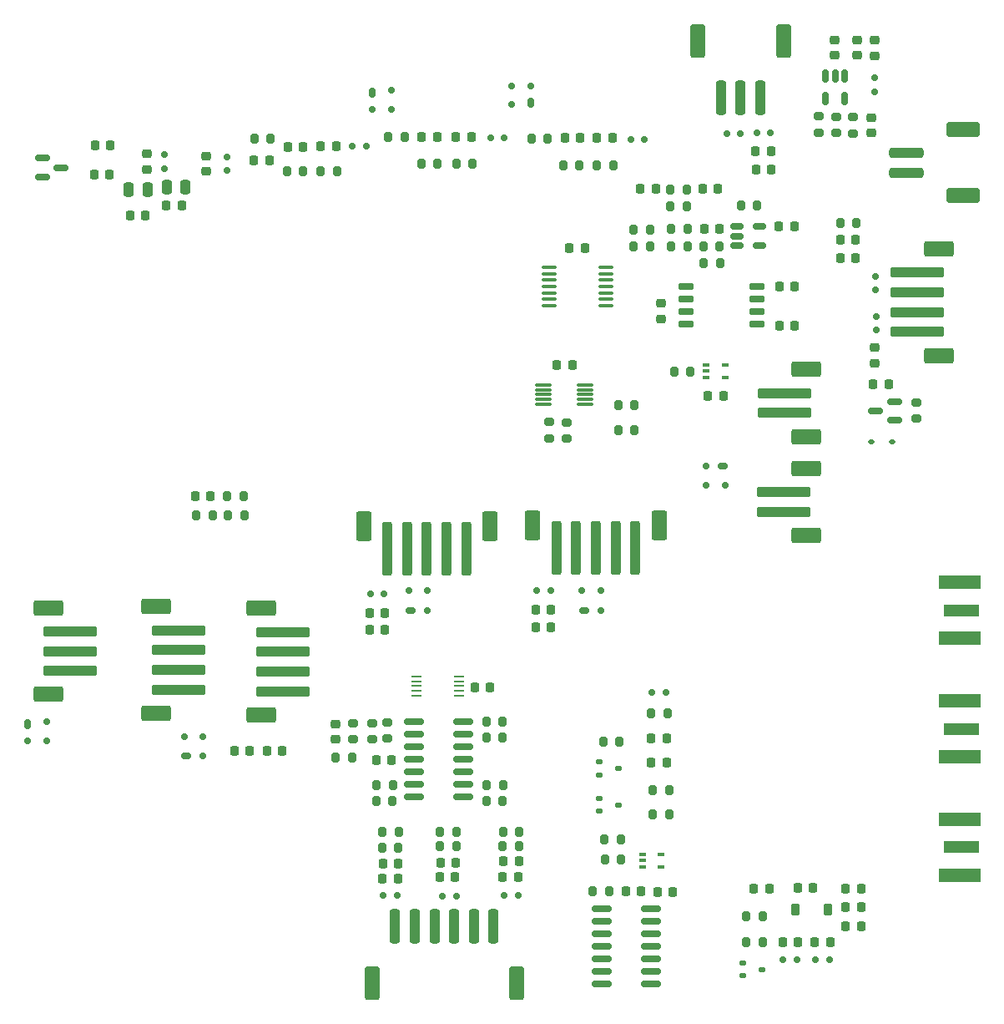
<source format=gbr>
%TF.GenerationSoftware,KiCad,Pcbnew,8.0.5*%
%TF.CreationDate,2024-11-15T14:38:43+00:00*%
%TF.ProjectId,HF PA Radio Interface,48462050-4120-4526-9164-696f20496e74,rev?*%
%TF.SameCoordinates,Original*%
%TF.FileFunction,Paste,Top*%
%TF.FilePolarity,Positive*%
%FSLAX46Y46*%
G04 Gerber Fmt 4.6, Leading zero omitted, Abs format (unit mm)*
G04 Created by KiCad (PCBNEW 8.0.5) date 2024-11-15 14:38:43*
%MOMM*%
%LPD*%
G01*
G04 APERTURE LIST*
G04 Aperture macros list*
%AMRoundRect*
0 Rectangle with rounded corners*
0 $1 Rounding radius*
0 $2 $3 $4 $5 $6 $7 $8 $9 X,Y pos of 4 corners*
0 Add a 4 corners polygon primitive as box body*
4,1,4,$2,$3,$4,$5,$6,$7,$8,$9,$2,$3,0*
0 Add four circle primitives for the rounded corners*
1,1,$1+$1,$2,$3*
1,1,$1+$1,$4,$5*
1,1,$1+$1,$6,$7*
1,1,$1+$1,$8,$9*
0 Add four rect primitives between the rounded corners*
20,1,$1+$1,$2,$3,$4,$5,0*
20,1,$1+$1,$4,$5,$6,$7,0*
20,1,$1+$1,$6,$7,$8,$9,0*
20,1,$1+$1,$8,$9,$2,$3,0*%
G04 Aperture macros list end*
%ADD10RoundRect,0.200000X0.200000X0.275000X-0.200000X0.275000X-0.200000X-0.275000X0.200000X-0.275000X0*%
%ADD11RoundRect,0.200000X-0.200000X-0.275000X0.200000X-0.275000X0.200000X0.275000X-0.200000X0.275000X0*%
%ADD12RoundRect,0.150000X-0.650000X-0.150000X0.650000X-0.150000X0.650000X0.150000X-0.650000X0.150000X0*%
%ADD13RoundRect,0.225000X-0.250000X0.225000X-0.250000X-0.225000X0.250000X-0.225000X0.250000X0.225000X0*%
%ADD14RoundRect,0.218750X-0.218750X-0.256250X0.218750X-0.256250X0.218750X0.256250X-0.218750X0.256250X0*%
%ADD15RoundRect,0.225000X-0.225000X-0.250000X0.225000X-0.250000X0.225000X0.250000X-0.225000X0.250000X0*%
%ADD16RoundRect,0.087500X-0.725000X-0.087500X0.725000X-0.087500X0.725000X0.087500X-0.725000X0.087500X0*%
%ADD17RoundRect,0.200000X-0.275000X0.200000X-0.275000X-0.200000X0.275000X-0.200000X0.275000X0.200000X0*%
%ADD18RoundRect,0.225000X0.225000X0.375000X-0.225000X0.375000X-0.225000X-0.375000X0.225000X-0.375000X0*%
%ADD19RoundRect,0.175000X0.325000X-0.175000X0.325000X0.175000X-0.325000X0.175000X-0.325000X-0.175000X0*%
%ADD20RoundRect,0.150000X0.150000X-0.200000X0.150000X0.200000X-0.150000X0.200000X-0.150000X-0.200000X0*%
%ADD21RoundRect,0.250000X0.250000X1.500000X-0.250000X1.500000X-0.250000X-1.500000X0.250000X-1.500000X0*%
%ADD22RoundRect,0.250001X0.499999X1.449999X-0.499999X1.449999X-0.499999X-1.449999X0.499999X-1.449999X0*%
%ADD23RoundRect,0.112500X-0.187500X-0.112500X0.187500X-0.112500X0.187500X0.112500X-0.187500X0.112500X0*%
%ADD24RoundRect,0.250000X2.500000X-0.250000X2.500000X0.250000X-2.500000X0.250000X-2.500000X-0.250000X0*%
%ADD25RoundRect,0.250000X1.250000X-0.550000X1.250000X0.550000X-1.250000X0.550000X-1.250000X-0.550000X0*%
%ADD26RoundRect,0.175000X-0.325000X0.175000X-0.325000X-0.175000X0.325000X-0.175000X0.325000X0.175000X0*%
%ADD27RoundRect,0.150000X-0.150000X0.200000X-0.150000X-0.200000X0.150000X-0.200000X0.150000X0.200000X0*%
%ADD28RoundRect,0.225000X0.225000X0.250000X-0.225000X0.250000X-0.225000X-0.250000X0.225000X-0.250000X0*%
%ADD29RoundRect,0.250000X-0.250000X-2.500000X0.250000X-2.500000X0.250000X2.500000X-0.250000X2.500000X0*%
%ADD30RoundRect,0.250000X-0.550000X-1.250000X0.550000X-1.250000X0.550000X1.250000X-0.550000X1.250000X0*%
%ADD31RoundRect,0.175000X-0.175000X-0.325000X0.175000X-0.325000X0.175000X0.325000X-0.175000X0.325000X0*%
%ADD32RoundRect,0.150000X-0.200000X-0.150000X0.200000X-0.150000X0.200000X0.150000X-0.200000X0.150000X0*%
%ADD33RoundRect,0.150000X0.150000X0.200000X-0.150000X0.200000X-0.150000X-0.200000X0.150000X-0.200000X0*%
%ADD34RoundRect,0.100000X-0.225000X-0.100000X0.225000X-0.100000X0.225000X0.100000X-0.225000X0.100000X0*%
%ADD35RoundRect,0.218750X-0.256250X0.218750X-0.256250X-0.218750X0.256250X-0.218750X0.256250X0.218750X0*%
%ADD36RoundRect,0.200000X0.275000X-0.200000X0.275000X0.200000X-0.275000X0.200000X-0.275000X-0.200000X0*%
%ADD37RoundRect,0.150000X-0.150000X0.512500X-0.150000X-0.512500X0.150000X-0.512500X0.150000X0.512500X0*%
%ADD38RoundRect,0.112500X-0.237500X0.112500X-0.237500X-0.112500X0.237500X-0.112500X0.237500X0.112500X0*%
%ADD39R,3.600000X1.270000*%
%ADD40R,4.200000X1.350000*%
%ADD41RoundRect,0.250000X-0.250000X-1.500000X0.250000X-1.500000X0.250000X1.500000X-0.250000X1.500000X0*%
%ADD42RoundRect,0.250001X-0.499999X-1.449999X0.499999X-1.449999X0.499999X1.449999X-0.499999X1.449999X0*%
%ADD43RoundRect,0.150000X0.587500X0.150000X-0.587500X0.150000X-0.587500X-0.150000X0.587500X-0.150000X0*%
%ADD44RoundRect,0.218750X0.256250X-0.218750X0.256250X0.218750X-0.256250X0.218750X-0.256250X-0.218750X0*%
%ADD45RoundRect,0.150000X-0.150000X-0.200000X0.150000X-0.200000X0.150000X0.200000X-0.150000X0.200000X0*%
%ADD46RoundRect,0.225000X0.250000X-0.225000X0.250000X0.225000X-0.250000X0.225000X-0.250000X-0.225000X0*%
%ADD47RoundRect,0.250000X1.500000X-0.250000X1.500000X0.250000X-1.500000X0.250000X-1.500000X-0.250000X0*%
%ADD48RoundRect,0.250001X1.449999X-0.499999X1.449999X0.499999X-1.449999X0.499999X-1.449999X-0.499999X0*%
%ADD49RoundRect,0.150000X-0.512500X-0.150000X0.512500X-0.150000X0.512500X0.150000X-0.512500X0.150000X0*%
%ADD50RoundRect,0.218750X0.218750X0.256250X-0.218750X0.256250X-0.218750X-0.256250X0.218750X-0.256250X0*%
%ADD51RoundRect,0.150000X0.200000X-0.150000X0.200000X0.150000X-0.200000X0.150000X-0.200000X-0.150000X0*%
%ADD52RoundRect,0.250000X-2.500000X0.250000X-2.500000X-0.250000X2.500000X-0.250000X2.500000X0.250000X0*%
%ADD53RoundRect,0.250000X-1.250000X0.550000X-1.250000X-0.550000X1.250000X-0.550000X1.250000X0.550000X0*%
%ADD54RoundRect,0.175000X0.175000X0.325000X-0.175000X0.325000X-0.175000X-0.325000X0.175000X-0.325000X0*%
%ADD55RoundRect,0.150000X0.200000X0.150000X-0.200000X0.150000X-0.200000X-0.150000X0.200000X-0.150000X0*%
%ADD56RoundRect,0.250000X0.250000X0.475000X-0.250000X0.475000X-0.250000X-0.475000X0.250000X-0.475000X0*%
%ADD57RoundRect,0.150000X-0.587500X-0.150000X0.587500X-0.150000X0.587500X0.150000X-0.587500X0.150000X0*%
%ADD58R,1.100000X0.250000*%
%ADD59RoundRect,0.150000X-0.200000X0.150000X-0.200000X-0.150000X0.200000X-0.150000X0.200000X0.150000X0*%
%ADD60RoundRect,0.150000X-0.825000X-0.150000X0.825000X-0.150000X0.825000X0.150000X-0.825000X0.150000X0*%
%ADD61RoundRect,0.100000X-0.637500X-0.100000X0.637500X-0.100000X0.637500X0.100000X-0.637500X0.100000X0*%
G04 APERTURE END LIST*
D10*
%TO.C,R22*%
X139840000Y-129320000D03*
X138190000Y-129320000D03*
%TD*%
D11*
%TO.C,R29*%
X171405000Y-74760000D03*
X173055000Y-74760000D03*
%TD*%
D12*
%TO.C,U8*%
X169640000Y-77195000D03*
X169640000Y-78465000D03*
X169640000Y-79735000D03*
X169640000Y-81005000D03*
X176840000Y-81005000D03*
X176840000Y-79735000D03*
X176840000Y-78465000D03*
X176840000Y-77195000D03*
%TD*%
D13*
%TO.C,C5*%
X134040000Y-121535000D03*
X134040000Y-123085000D03*
%TD*%
D14*
%TO.C,L17*%
X160582500Y-62070000D03*
X162157500Y-62070000D03*
%TD*%
D15*
%TO.C,C28*%
X179095000Y-77130000D03*
X180645000Y-77130000D03*
%TD*%
D16*
%TO.C,U6*%
X155130000Y-87120000D03*
X155130000Y-87620000D03*
X155130000Y-88120000D03*
X155130000Y-88620000D03*
X155130000Y-89120000D03*
X159355000Y-89120000D03*
X159355000Y-88620000D03*
X159355000Y-88120000D03*
X159355000Y-87620000D03*
X159355000Y-87120000D03*
%TD*%
D11*
%TO.C,R9*%
X138785000Y-134030000D03*
X140435000Y-134030000D03*
%TD*%
%TO.C,R42*%
X162750000Y-91700000D03*
X164400000Y-91700000D03*
%TD*%
D17*
%TO.C,R12*%
X135830000Y-121440000D03*
X135830000Y-123090000D03*
%TD*%
D18*
%TO.C,D8*%
X184050000Y-140290000D03*
X180750000Y-140290000D03*
%TD*%
D19*
%TO.C,D10*%
X141680000Y-110020000D03*
D20*
X143380000Y-110020000D03*
X143380000Y-108020000D03*
X141480000Y-108020000D03*
%TD*%
D11*
%TO.C,R47*%
X129135000Y-65480000D03*
X130785000Y-65480000D03*
%TD*%
D10*
%TO.C,R34*%
X176815000Y-68990000D03*
X175165000Y-68990000D03*
%TD*%
D11*
%TO.C,R52*%
X160565000Y-64880000D03*
X162215000Y-64880000D03*
%TD*%
%TO.C,R53*%
X125815000Y-62140000D03*
X127465000Y-62140000D03*
%TD*%
D21*
%TO.C,J15*%
X177140000Y-58020000D03*
X175140000Y-58020000D03*
X173140000Y-58020000D03*
D22*
X179490000Y-52270000D03*
X170790000Y-52270000D03*
%TD*%
D11*
%TO.C,R26*%
X168052500Y-67300000D03*
X169702500Y-67300000D03*
%TD*%
D14*
%TO.C,L4*%
X151032500Y-137050000D03*
X152607500Y-137050000D03*
%TD*%
D15*
%TO.C,C14*%
X148205000Y-117840000D03*
X149755000Y-117840000D03*
%TD*%
D11*
%TO.C,R30*%
X168105000Y-71340000D03*
X169755000Y-71340000D03*
%TD*%
%TO.C,R11*%
X150995000Y-133930000D03*
X152645000Y-133930000D03*
%TD*%
D10*
%TO.C,R27*%
X169692500Y-69020000D03*
X168042500Y-69020000D03*
%TD*%
D15*
%TO.C,C31*%
X188625000Y-87090000D03*
X190175000Y-87090000D03*
%TD*%
D23*
%TO.C,D21*%
X188390000Y-92920000D03*
X190490000Y-92920000D03*
%TD*%
D24*
%TO.C,J9*%
X128740000Y-118190000D03*
X128740000Y-116190000D03*
X128740000Y-114190000D03*
X128740000Y-112190000D03*
D25*
X126490000Y-120590000D03*
X126490000Y-109790000D03*
%TD*%
D26*
%TO.C,D19*%
X173365000Y-95335000D03*
D27*
X171665000Y-95335000D03*
X171665000Y-97335000D03*
X173565000Y-97335000D03*
%TD*%
D11*
%TO.C,R49*%
X142762500Y-64690000D03*
X144412500Y-64690000D03*
%TD*%
D24*
%TO.C,J8*%
X118130000Y-118030000D03*
X118130000Y-116030000D03*
X118130000Y-114030000D03*
X118130000Y-112030000D03*
D25*
X115880000Y-120430000D03*
X115880000Y-109630000D03*
%TD*%
D17*
%TO.C,R40*%
X183080000Y-59922592D03*
X183080000Y-61572592D03*
%TD*%
D14*
%TO.C,L2*%
X138792500Y-137180000D03*
X140367500Y-137180000D03*
%TD*%
D28*
%TO.C,C38*%
X127335000Y-64350000D03*
X125785000Y-64350000D03*
%TD*%
D29*
%TO.C,J6*%
X156470000Y-103660000D03*
X158470000Y-103660000D03*
X160470000Y-103660000D03*
X162470000Y-103660000D03*
X164470000Y-103660000D03*
D30*
X154070000Y-101410000D03*
X166870000Y-101410000D03*
%TD*%
D31*
%TO.C,D17*%
X102800000Y-121500000D03*
D32*
X102800000Y-123200000D03*
X104800000Y-123200000D03*
X104800000Y-121300000D03*
%TD*%
D10*
%TO.C,R56*%
X121585000Y-100320000D03*
X119935000Y-100320000D03*
%TD*%
D24*
%TO.C,J10*%
X107170000Y-116120000D03*
X107170000Y-114120000D03*
X107170000Y-112120000D03*
D25*
X104920000Y-118520000D03*
X104920000Y-109720000D03*
%TD*%
D33*
%TO.C,D27*%
X163990000Y-62240000D03*
X165390000Y-62240000D03*
%TD*%
D11*
%TO.C,R8*%
X166270000Y-130712500D03*
X167920000Y-130712500D03*
%TD*%
D10*
%TO.C,R18*%
X151035000Y-127670000D03*
X149385000Y-127670000D03*
%TD*%
D34*
%TO.C,U9*%
X171680000Y-85080000D03*
X171680000Y-85730000D03*
X171680000Y-86380000D03*
X173580000Y-86380000D03*
X173580000Y-85080000D03*
%TD*%
D10*
%TO.C,R13*%
X140465000Y-132440000D03*
X138815000Y-132440000D03*
%TD*%
D11*
%TO.C,R10*%
X144645000Y-133910000D03*
X146295000Y-133910000D03*
%TD*%
D35*
%TO.C,L8*%
X114920000Y-63732500D03*
X114920000Y-65307500D03*
%TD*%
D14*
%TO.C,L12*%
X185245000Y-74270000D03*
X186820000Y-74270000D03*
%TD*%
%TO.C,L16*%
X146255000Y-61970000D03*
X147830000Y-61970000D03*
%TD*%
D36*
%TO.C,R33*%
X155710000Y-92565000D03*
X155710000Y-90915000D03*
%TD*%
D28*
%TO.C,C23*%
X114760000Y-69990000D03*
X113210000Y-69990000D03*
%TD*%
D15*
%TO.C,C24*%
X185275000Y-72460000D03*
X186825000Y-72460000D03*
%TD*%
D14*
%TO.C,L6*%
X185792500Y-140030000D03*
X187367500Y-140030000D03*
%TD*%
D36*
%TO.C,R31*%
X157550000Y-92575000D03*
X157550000Y-90925000D03*
%TD*%
D37*
%TO.C,U7*%
X185690000Y-55832592D03*
X184740000Y-55832592D03*
X183790000Y-55832592D03*
X183790000Y-58107592D03*
X185690000Y-58107592D03*
%TD*%
D33*
%TO.C,D25*%
X135760000Y-62960000D03*
X137160000Y-62960000D03*
%TD*%
D15*
%TO.C,C34*%
X179075000Y-81100000D03*
X180625000Y-81100000D03*
%TD*%
D11*
%TO.C,R16*%
X134085000Y-124910000D03*
X135735000Y-124910000D03*
%TD*%
D28*
%TO.C,C39*%
X139725000Y-125130000D03*
X138175000Y-125130000D03*
%TD*%
D38*
%TO.C,D5*%
X160800000Y-125372500D03*
X160800000Y-126672500D03*
X162800000Y-126022500D03*
%TD*%
D33*
%TO.C,D4*%
X179470000Y-145400000D03*
X180870000Y-145400000D03*
%TD*%
D11*
%TO.C,R41*%
X162750000Y-89190000D03*
X164400000Y-89190000D03*
%TD*%
D39*
%TO.C,J2*%
X197600000Y-122000000D03*
D40*
X197400000Y-124825000D03*
X197400000Y-119175000D03*
%TD*%
D39*
%TO.C,J4*%
X197600000Y-110000000D03*
D40*
X197400000Y-112825000D03*
X197400000Y-107175000D03*
%TD*%
D41*
%TO.C,J1*%
X140100000Y-142000000D03*
X142100000Y-142000000D03*
X144100000Y-142000000D03*
X146100000Y-142000000D03*
X148100000Y-142000000D03*
X150100000Y-142000000D03*
D42*
X137750000Y-147750000D03*
X152450000Y-147750000D03*
%TD*%
D28*
%TO.C,C40*%
X130757500Y-63010000D03*
X129207500Y-63010000D03*
%TD*%
D14*
%TO.C,L15*%
X132552500Y-62980000D03*
X134127500Y-62980000D03*
%TD*%
D15*
%TO.C,C12*%
X171295000Y-67270000D03*
X172845000Y-67270000D03*
%TD*%
D31*
%TO.C,D29*%
X137760000Y-57480000D03*
D32*
X137760000Y-59180000D03*
X139760000Y-59180000D03*
X139760000Y-57280000D03*
%TD*%
D11*
%TO.C,R6*%
X161385000Y-135272500D03*
X163035000Y-135272500D03*
%TD*%
D15*
%TO.C,C16*%
X137515000Y-111950000D03*
X139065000Y-111950000D03*
%TD*%
%TO.C,C4*%
X180925000Y-138120000D03*
X182475000Y-138120000D03*
%TD*%
%TO.C,C26*%
X156515000Y-85120000D03*
X158065000Y-85120000D03*
%TD*%
D43*
%TO.C,Q2*%
X190750000Y-90740000D03*
X190750000Y-88840000D03*
X188875000Y-89790000D03*
%TD*%
D28*
%TO.C,C42*%
X158895000Y-62100000D03*
X157345000Y-62100000D03*
%TD*%
D11*
%TO.C,R23*%
X149355000Y-129280000D03*
X151005000Y-129280000D03*
%TD*%
D14*
%TO.C,L3*%
X144632500Y-137030000D03*
X146207500Y-137030000D03*
%TD*%
D44*
%TO.C,L14*%
X188750000Y-84937500D03*
X188750000Y-83362500D03*
%TD*%
D33*
%TO.C,D3*%
X144910000Y-138940000D03*
X146310000Y-138940000D03*
%TD*%
D19*
%TO.C,D16*%
X118900000Y-124770000D03*
D20*
X120600000Y-124770000D03*
X120600000Y-122770000D03*
X118700000Y-122770000D03*
%TD*%
D28*
%TO.C,C19*%
X118445000Y-68920000D03*
X116895000Y-68920000D03*
%TD*%
D15*
%TO.C,C9*%
X166705000Y-138522500D03*
X168255000Y-138522500D03*
%TD*%
D36*
%TO.C,R39*%
X186550000Y-61632592D03*
X186550000Y-59982592D03*
%TD*%
D15*
%TO.C,C6*%
X138865000Y-135660000D03*
X140415000Y-135660000D03*
%TD*%
%TO.C,C8*%
X151095000Y-135450000D03*
X152645000Y-135450000D03*
%TD*%
D11*
%TO.C,R4*%
X161335000Y-133192500D03*
X162985000Y-133192500D03*
%TD*%
D33*
%TO.C,D26*%
X149772500Y-62080000D03*
X151172500Y-62080000D03*
%TD*%
D45*
%TO.C,D24*%
X175147500Y-61630000D03*
X173747500Y-61630000D03*
%TD*%
D11*
%TO.C,R50*%
X146315000Y-64700000D03*
X147965000Y-64700000D03*
%TD*%
D46*
%TO.C,C25*%
X184650000Y-53732592D03*
X184650000Y-52182592D03*
%TD*%
D36*
%TO.C,R43*%
X193010000Y-90555000D03*
X193010000Y-88905000D03*
%TD*%
D29*
%TO.C,J5*%
X139330000Y-103750000D03*
X141330000Y-103750000D03*
X143330000Y-103750000D03*
X145330000Y-103750000D03*
X147330000Y-103750000D03*
D30*
X136930000Y-101500000D03*
X149730000Y-101500000D03*
%TD*%
D15*
%TO.C,C33*%
X109690000Y-62895000D03*
X111240000Y-62895000D03*
%TD*%
D28*
%TO.C,C35*%
X173405000Y-88220000D03*
X171855000Y-88220000D03*
%TD*%
D14*
%TO.C,L11*%
X123772500Y-124230000D03*
X125347500Y-124230000D03*
%TD*%
D10*
%TO.C,R5*%
X167720000Y-120422500D03*
X166070000Y-120422500D03*
%TD*%
D14*
%TO.C,L10*%
X154342500Y-109970000D03*
X155917500Y-109970000D03*
%TD*%
D36*
%TO.C,R25*%
X139270000Y-122975000D03*
X139270000Y-121325000D03*
%TD*%
D38*
%TO.C,D2*%
X160800000Y-129050000D03*
X160800000Y-130350000D03*
X162800000Y-129700000D03*
%TD*%
D17*
%TO.C,R38*%
X184850000Y-59972592D03*
X184850000Y-61622592D03*
%TD*%
D14*
%TO.C,L1*%
X176492500Y-138180000D03*
X178067500Y-138180000D03*
%TD*%
D45*
%TO.C,D9*%
X184180000Y-145390000D03*
X182780000Y-145390000D03*
%TD*%
D47*
%TO.C,J14*%
X192010000Y-65610000D03*
X192010000Y-63610000D03*
D48*
X197760000Y-67960000D03*
X197760000Y-61260000D03*
%TD*%
D49*
%TO.C,U5*%
X174822500Y-71100000D03*
X174822500Y-72050000D03*
X174822500Y-73000000D03*
X177097500Y-73000000D03*
X177097500Y-71100000D03*
%TD*%
D28*
%TO.C,C2*%
X167650000Y-125442500D03*
X166100000Y-125442500D03*
%TD*%
D50*
%TO.C,D23*%
X121382500Y-98390000D03*
X119807500Y-98390000D03*
%TD*%
D28*
%TO.C,C41*%
X144347500Y-61980000D03*
X142797500Y-61980000D03*
%TD*%
D13*
%TO.C,C29*%
X186990000Y-52197592D03*
X186990000Y-53747592D03*
%TD*%
D15*
%TO.C,C22*%
X127105000Y-124210000D03*
X128655000Y-124210000D03*
%TD*%
D10*
%TO.C,R14*%
X146325000Y-132420000D03*
X144675000Y-132420000D03*
%TD*%
D14*
%TO.C,L9*%
X137502500Y-110260000D03*
X139077500Y-110260000D03*
%TD*%
D28*
%TO.C,C18*%
X173005000Y-71340000D03*
X171455000Y-71340000D03*
%TD*%
D33*
%TO.C,D7*%
X166155000Y-118342500D03*
X167555000Y-118342500D03*
%TD*%
D51*
%TO.C,D20*%
X188740000Y-56037592D03*
X188740000Y-57437592D03*
%TD*%
D10*
%TO.C,R21*%
X161815000Y-138502500D03*
X160165000Y-138502500D03*
%TD*%
D28*
%TO.C,C37*%
X159345000Y-73240000D03*
X157795000Y-73240000D03*
%TD*%
D14*
%TO.C,L18*%
X176662500Y-63420000D03*
X178237500Y-63420000D03*
%TD*%
D33*
%TO.C,D6*%
X138912500Y-138890000D03*
X140312500Y-138890000D03*
%TD*%
D34*
%TO.C,U1*%
X165220000Y-134712500D03*
X165220000Y-135362500D03*
X165220000Y-136012500D03*
X167120000Y-136012500D03*
X167120000Y-134712500D03*
%TD*%
D11*
%TO.C,R54*%
X153915000Y-62140000D03*
X155565000Y-62140000D03*
%TD*%
D52*
%TO.C,J13*%
X179520000Y-98030000D03*
X179520000Y-100030000D03*
D53*
X181770000Y-95630000D03*
X181770000Y-102430000D03*
%TD*%
D54*
%TO.C,D30*%
X153900000Y-58540000D03*
D55*
X153900000Y-56840000D03*
X151900000Y-56840000D03*
X151900000Y-58740000D03*
%TD*%
D11*
%TO.C,R51*%
X157160000Y-64880000D03*
X158810000Y-64880000D03*
%TD*%
D35*
%TO.C,L13*%
X188780000Y-52205092D03*
X188780000Y-53780092D03*
%TD*%
D11*
%TO.C,R35*%
X185245000Y-70690000D03*
X186895000Y-70690000D03*
%TD*%
%TO.C,R28*%
X168105000Y-73080000D03*
X169755000Y-73080000D03*
%TD*%
D56*
%TO.C,C21*%
X114980000Y-67340000D03*
X113080000Y-67340000D03*
%TD*%
D15*
%TO.C,C3*%
X179425000Y-143610000D03*
X180975000Y-143610000D03*
%TD*%
D57*
%TO.C,Q3*%
X104370000Y-64150000D03*
X104370000Y-66050000D03*
X106245000Y-65100000D03*
%TD*%
D28*
%TO.C,C1*%
X167650000Y-122932500D03*
X166100000Y-122932500D03*
%TD*%
D33*
%TO.C,D1*%
X151200000Y-138880000D03*
X152600000Y-138880000D03*
%TD*%
D11*
%TO.C,R1*%
X175745000Y-140970000D03*
X177395000Y-140970000D03*
%TD*%
%TO.C,R46*%
X139405000Y-62030000D03*
X141055000Y-62030000D03*
%TD*%
D15*
%TO.C,C15*%
X154355000Y-111730000D03*
X155905000Y-111730000D03*
%TD*%
D28*
%TO.C,C36*%
X165055000Y-138502500D03*
X163505000Y-138502500D03*
%TD*%
D13*
%TO.C,C32*%
X167120000Y-78880000D03*
X167120000Y-80430000D03*
%TD*%
D15*
%TO.C,C20*%
X179042500Y-71080000D03*
X180592500Y-71080000D03*
%TD*%
D11*
%TO.C,R24*%
X149375000Y-121290000D03*
X151025000Y-121290000D03*
%TD*%
D15*
%TO.C,C7*%
X144725000Y-135540000D03*
X146275000Y-135540000D03*
%TD*%
D33*
%TO.C,D14*%
X154487500Y-108010000D03*
X155887500Y-108010000D03*
%TD*%
D10*
%TO.C,R15*%
X152695000Y-132420000D03*
X151045000Y-132420000D03*
%TD*%
D51*
%TO.C,D22*%
X188900000Y-80170000D03*
X188900000Y-81570000D03*
%TD*%
D36*
%TO.C,R20*%
X137810000Y-123085000D03*
X137810000Y-121435000D03*
%TD*%
D50*
%TO.C,L5*%
X187377500Y-138230000D03*
X185802500Y-138230000D03*
%TD*%
D11*
%TO.C,R2*%
X175725000Y-143630000D03*
X177375000Y-143630000D03*
%TD*%
D15*
%TO.C,C11*%
X185815000Y-142000000D03*
X187365000Y-142000000D03*
%TD*%
D11*
%TO.C,R36*%
X164305000Y-73110000D03*
X165955000Y-73110000D03*
%TD*%
D52*
%TO.C,J12*%
X179585000Y-87965000D03*
X179585000Y-89965000D03*
D53*
X181835000Y-85565000D03*
X181835000Y-92365000D03*
%TD*%
D11*
%TO.C,R7*%
X166270000Y-128202500D03*
X167920000Y-128202500D03*
%TD*%
D28*
%TO.C,C13*%
X166545000Y-67240000D03*
X164995000Y-67240000D03*
%TD*%
D58*
%TO.C,U4*%
X142265000Y-116672500D03*
X142265000Y-117172500D03*
X142265000Y-117672500D03*
X142265000Y-118172500D03*
X142265000Y-118672500D03*
X146565000Y-118672500D03*
X146565000Y-118172500D03*
X146565000Y-117672500D03*
X146565000Y-117172500D03*
X146565000Y-116672500D03*
%TD*%
D11*
%TO.C,R55*%
X123155000Y-100390000D03*
X124805000Y-100390000D03*
%TD*%
D19*
%TO.C,D11*%
X159267500Y-109980000D03*
D20*
X160967500Y-109980000D03*
X160967500Y-107980000D03*
X159067500Y-107980000D03*
%TD*%
D11*
%TO.C,R48*%
X132545000Y-65480000D03*
X134195000Y-65480000D03*
%TD*%
D59*
%TO.C,D18*%
X188870000Y-77520000D03*
X188870000Y-76120000D03*
%TD*%
D33*
%TO.C,D13*%
X137590000Y-108280000D03*
X138990000Y-108280000D03*
%TD*%
D11*
%TO.C,R19*%
X149380000Y-122910000D03*
X151030000Y-122910000D03*
%TD*%
D60*
%TO.C,U3*%
X142060000Y-121310000D03*
X142060000Y-122580000D03*
X142060000Y-123850000D03*
X142060000Y-125120000D03*
X142060000Y-126390000D03*
X142060000Y-127660000D03*
X142060000Y-128930000D03*
X147010000Y-128930000D03*
X147010000Y-127660000D03*
X147010000Y-126390000D03*
X147010000Y-125120000D03*
X147010000Y-123850000D03*
X147010000Y-122580000D03*
X147010000Y-121310000D03*
%TD*%
D11*
%TO.C,R32*%
X171395000Y-73060000D03*
X173045000Y-73060000D03*
%TD*%
D28*
%TO.C,C10*%
X184225000Y-143620000D03*
X182675000Y-143620000D03*
%TD*%
D51*
%TO.C,D12*%
X123090000Y-64000000D03*
X123090000Y-65400000D03*
%TD*%
D33*
%TO.C,D28*%
X176780000Y-61590000D03*
X178180000Y-61590000D03*
%TD*%
D51*
%TO.C,D15*%
X116720000Y-63812500D03*
X116720000Y-65212500D03*
%TD*%
D56*
%TO.C,C17*%
X118820000Y-67110000D03*
X116920000Y-67110000D03*
%TD*%
D15*
%TO.C,C30*%
X109590000Y-65825000D03*
X111140000Y-65825000D03*
%TD*%
D35*
%TO.C,L7*%
X120910000Y-63922500D03*
X120910000Y-65497500D03*
%TD*%
D38*
%TO.C,Q1*%
X175340000Y-145732500D03*
X175340000Y-147032500D03*
X177340000Y-146382500D03*
%TD*%
D11*
%TO.C,R45*%
X123080000Y-98390000D03*
X124730000Y-98390000D03*
%TD*%
%TO.C,R37*%
X164325000Y-71370000D03*
X165975000Y-71370000D03*
%TD*%
D15*
%TO.C,C43*%
X176715000Y-65320000D03*
X178265000Y-65320000D03*
%TD*%
D60*
%TO.C,U2*%
X161100000Y-140262500D03*
X161100000Y-141532500D03*
X161100000Y-142802500D03*
X161100000Y-144072500D03*
X161100000Y-145342500D03*
X161100000Y-146612500D03*
X161100000Y-147882500D03*
X166050000Y-147882500D03*
X166050000Y-146612500D03*
X166050000Y-145342500D03*
X166050000Y-144072500D03*
X166050000Y-142802500D03*
X166050000Y-141532500D03*
X166050000Y-140262500D03*
%TD*%
D61*
%TO.C,U10*%
X155757500Y-75210000D03*
X155757500Y-75860000D03*
X155757500Y-76510000D03*
X155757500Y-77160000D03*
X155757500Y-77810000D03*
X155757500Y-78460000D03*
X155757500Y-79110000D03*
X161482500Y-79110000D03*
X161482500Y-78460000D03*
X161482500Y-77810000D03*
X161482500Y-77160000D03*
X161482500Y-76510000D03*
X161482500Y-75860000D03*
X161482500Y-75210000D03*
%TD*%
D10*
%TO.C,R3*%
X162845000Y-123290000D03*
X161195000Y-123290000D03*
%TD*%
D11*
%TO.C,R44*%
X168425000Y-85780000D03*
X170075000Y-85780000D03*
%TD*%
D39*
%TO.C,J3*%
X197600000Y-134000000D03*
D40*
X197400000Y-136825000D03*
X197400000Y-131175000D03*
%TD*%
D13*
%TO.C,C27*%
X188390000Y-60052592D03*
X188390000Y-61602592D03*
%TD*%
D11*
%TO.C,R17*%
X138235000Y-127730000D03*
X139885000Y-127730000D03*
%TD*%
D52*
%TO.C,J11*%
X193060000Y-75750000D03*
X193060000Y-77750000D03*
X193060000Y-79750000D03*
X193060000Y-81750000D03*
D53*
X195310000Y-73350000D03*
X195310000Y-84150000D03*
%TD*%
M02*

</source>
